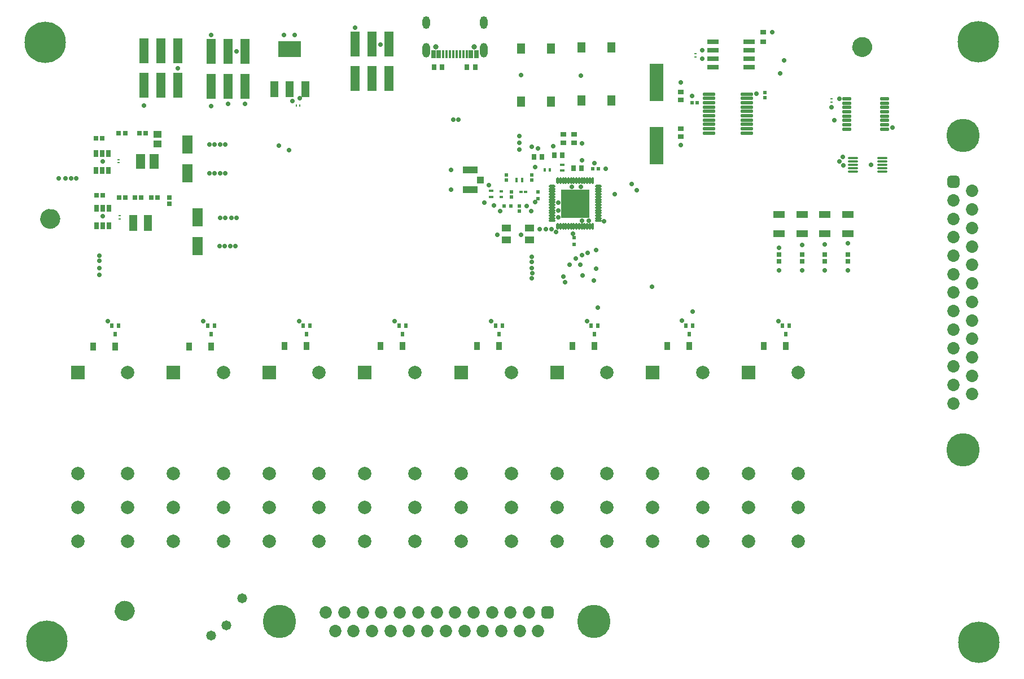
<source format=gbr>
%TF.GenerationSoftware,Altium Limited,Altium Designer,24.1.2 (44)*%
G04 Layer_Color=8388736*
%FSLAX45Y45*%
%MOMM*%
%TF.SameCoordinates,D8B4AAC8-E2FB-42F1-BA15-8403934F33DF*%
%TF.FilePolarity,Negative*%
%TF.FileFunction,Soldermask,Top*%
%TF.Part,Single*%
G01*
G75*
%TA.AperFunction,SMDPad,CuDef*%
%ADD12R,0.67500X0.45000*%
%ADD13R,0.30000X0.25000*%
%ADD17R,0.90000X0.75000*%
%ADD18R,0.46818X0.47247*%
%ADD21R,0.73504X0.86213*%
%ADD22R,1.35490X2.20620*%
%ADD23R,1.36213X1.05814*%
%ADD24R,1.60000X2.80000*%
%ADD25R,0.71583X0.75964*%
%ADD26R,0.75964X0.71583*%
G04:AMPARAMS|DCode=28|XSize=1.1mm|YSize=0.6mm|CornerRadius=0.051mm|HoleSize=0mm|Usage=FLASHONLY|Rotation=270.000|XOffset=0mm|YOffset=0mm|HoleType=Round|Shape=RoundedRectangle|*
%AMROUNDEDRECTD28*
21,1,1.10000,0.49800,0,0,270.0*
21,1,0.99800,0.60000,0,0,270.0*
1,1,0.10200,-0.24900,-0.49900*
1,1,0.10200,-0.24900,0.49900*
1,1,0.10200,0.24900,0.49900*
1,1,0.10200,0.24900,-0.49900*
%
%ADD28ROUNDEDRECTD28*%
%ADD30R,0.25000X0.30000*%
%ADD31R,0.67248X0.66817*%
%ADD32R,1.66213X1.05814*%
%ADD33R,0.75000X0.90000*%
%ADD34R,0.65000X0.35000*%
%ADD38R,0.91440X1.21920*%
G04:AMPARAMS|DCode=39|XSize=1.45mm|YSize=0.3mm|CornerRadius=0.0495mm|HoleSize=0mm|Usage=FLASHONLY|Rotation=180.000|XOffset=0mm|YOffset=0mm|HoleType=Round|Shape=RoundedRectangle|*
%AMROUNDEDRECTD39*
21,1,1.45000,0.20100,0,0,180.0*
21,1,1.35100,0.30000,0,0,180.0*
1,1,0.09900,-0.67550,0.10050*
1,1,0.09900,0.67550,0.10050*
1,1,0.09900,0.67550,-0.10050*
1,1,0.09900,-0.67550,-0.10050*
%
%ADD39ROUNDEDRECTD39*%
%ADD40R,1.30000X1.55000*%
%ADD41R,0.40000X0.50000*%
%ADD42R,1.05000X1.00000*%
%ADD43R,2.20000X1.05000*%
%ADD44R,0.60000X0.60000*%
%ADD45R,0.55411X0.46273*%
%ADD46R,0.35000X0.65000*%
%ADD47R,0.50000X0.40000*%
%ADD48R,0.52000X0.52000*%
%ADD49R,0.50000X0.50000*%
%ADD50R,0.47247X0.51535*%
%ADD51R,0.52000X0.52000*%
%ADD52R,0.90000X0.80000*%
%ADD54R,0.47247X0.46818*%
%ADD56R,2.10000X5.60000*%
%ADD58R,0.90000X0.65000*%
%TA.AperFunction,ComponentPad*%
%ADD70C,2.00000*%
%ADD71R,2.00000X2.00000*%
%TA.AperFunction,NonConductor*%
%ADD81C,2.50000*%
%TA.AperFunction,SMDPad,CuDef*%
%ADD82R,4.20320X4.20320*%
G04:AMPARAMS|DCode=83|XSize=1.0132mm|YSize=0.4232mm|CornerRadius=0.1291mm|HoleSize=0mm|Usage=FLASHONLY|Rotation=0.000|XOffset=0mm|YOffset=0mm|HoleType=Round|Shape=RoundedRectangle|*
%AMROUNDEDRECTD83*
21,1,1.01320,0.16500,0,0,0.0*
21,1,0.75500,0.42320,0,0,0.0*
1,1,0.25820,0.37750,-0.08250*
1,1,0.25820,-0.37750,-0.08250*
1,1,0.25820,-0.37750,0.08250*
1,1,0.25820,0.37750,0.08250*
%
%ADD83ROUNDEDRECTD83*%
G04:AMPARAMS|DCode=84|XSize=0.4232mm|YSize=1.0132mm|CornerRadius=0.1291mm|HoleSize=0mm|Usage=FLASHONLY|Rotation=0.000|XOffset=0mm|YOffset=0mm|HoleType=Round|Shape=RoundedRectangle|*
%AMROUNDEDRECTD84*
21,1,0.42320,0.75500,0,0,0.0*
21,1,0.16500,1.01320,0,0,0.0*
1,1,0.25820,0.08250,-0.37750*
1,1,0.25820,-0.08250,-0.37750*
1,1,0.25820,-0.08250,0.37750*
1,1,0.25820,0.08250,0.37750*
%
%ADD84ROUNDEDRECTD84*%
%TA.AperFunction,ConnectorPad*%
%ADD85R,0.70000X1.24000*%
%ADD86R,0.40000X1.24000*%
%TA.AperFunction,SMDPad,CuDef*%
%ADD87R,1.20320X2.40320*%
%ADD88R,1.20320X1.00320*%
%ADD89R,0.55920X0.71120*%
%ADD90O,1.45320X0.55320*%
%ADD91R,3.50320X2.40320*%
%ADD92R,1.47320X3.76320*%
%ADD93O,1.90320X0.55320*%
%ADD94R,1.75320X0.80320*%
%TA.AperFunction,ComponentPad*%
%ADD95C,0.80320*%
%ADD96O,1.10320X2.20320*%
%ADD97O,1.10320X1.90320*%
%ADD98C,1.85320*%
%ADD99C,5.00320*%
G04:AMPARAMS|DCode=100|XSize=1.8532mm|YSize=1.8532mm|CornerRadius=0.5141mm|HoleSize=0mm|Usage=FLASHONLY|Rotation=0.000|XOffset=0mm|YOffset=0mm|HoleType=Round|Shape=RoundedRectangle|*
%AMROUNDEDRECTD100*
21,1,1.85320,0.82500,0,0,0.0*
21,1,0.82500,1.85320,0,0,0.0*
1,1,1.02820,0.41250,-0.41250*
1,1,1.02820,-0.41250,-0.41250*
1,1,1.02820,-0.41250,0.41250*
1,1,1.02820,0.41250,0.41250*
%
%ADD100ROUNDEDRECTD100*%
G04:AMPARAMS|DCode=101|XSize=1.8532mm|YSize=1.8532mm|CornerRadius=0.5141mm|HoleSize=0mm|Usage=FLASHONLY|Rotation=90.000|XOffset=0mm|YOffset=0mm|HoleType=Round|Shape=RoundedRectangle|*
%AMROUNDEDRECTD101*
21,1,1.85320,0.82500,0,0,90.0*
21,1,0.82500,1.85320,0,0,90.0*
1,1,1.02820,0.41250,0.41250*
1,1,1.02820,0.41250,-0.41250*
1,1,1.02820,-0.41250,-0.41250*
1,1,1.02820,-0.41250,0.41250*
%
%ADD101ROUNDEDRECTD101*%
%TA.AperFunction,ViaPad*%
%ADD102C,0.70320*%
%ADD103C,6.20320*%
%ADD104C,1.47320*%
D12*
X9740900Y9956800D02*
D03*
Y9864300D02*
D03*
D13*
X14846300Y11339450D02*
D03*
Y11291950D02*
D03*
X4165600Y9537700D02*
D03*
Y9585200D02*
D03*
X4152900Y10379200D02*
D03*
Y10426700D02*
D03*
X12801601Y12014200D02*
D03*
Y11966700D02*
D03*
D17*
X12585700Y11322700D02*
D03*
Y11442700D02*
D03*
Y10769600D02*
D03*
Y10889600D02*
D03*
D18*
X12750800Y11277600D02*
D03*
X12831230D02*
D03*
D21*
X9376521Y11811000D02*
D03*
X9499600D02*
D03*
X8879261D02*
D03*
X9002339D02*
D03*
D22*
X4482135Y10401300D02*
D03*
X4687265D02*
D03*
D23*
X10312400Y9221401D02*
D03*
Y9396799D02*
D03*
X9969500Y9221401D02*
D03*
Y9396799D02*
D03*
D24*
X5334000Y9562200D02*
D03*
Y9132200D02*
D03*
X5181600Y10655300D02*
D03*
Y10225300D02*
D03*
D25*
X4914900Y9855200D02*
D03*
Y9759951D02*
D03*
D26*
X4638675Y9855200D02*
D03*
X4733925D02*
D03*
X4397375D02*
D03*
X4492625D02*
D03*
X4156075D02*
D03*
X4251325D02*
D03*
X3816351Y9893300D02*
D03*
X3911600D02*
D03*
X4460875Y10820400D02*
D03*
X4556125D02*
D03*
X4152900D02*
D03*
X4248149D02*
D03*
X3813175Y10744200D02*
D03*
X3908425D02*
D03*
D28*
X4006600Y9433100D02*
D03*
X3911600D02*
D03*
X3816600D02*
D03*
Y9693100D02*
D03*
X3911600D02*
D03*
X4006600D02*
D03*
X4000500Y10261600D02*
D03*
X3905500D02*
D03*
X3810500D02*
D03*
Y10521600D02*
D03*
X3905500D02*
D03*
X4000500D02*
D03*
D30*
X6819900Y11239500D02*
D03*
X6867400D02*
D03*
D31*
X14058900Y9003130D02*
D03*
Y8902700D02*
D03*
X14401801Y9003130D02*
D03*
Y8902700D02*
D03*
X14744701Y9003130D02*
D03*
Y8902700D02*
D03*
X15087601Y9003130D02*
D03*
Y8902700D02*
D03*
D32*
Y9318801D02*
D03*
Y9604199D02*
D03*
X14744701Y9318801D02*
D03*
Y9604199D02*
D03*
X14401801Y9318801D02*
D03*
Y9604199D02*
D03*
X14058900Y9318801D02*
D03*
Y9604199D02*
D03*
D33*
X10687700Y10490200D02*
D03*
X10807700D02*
D03*
X10379400Y10464800D02*
D03*
X10499400D02*
D03*
X11096300Y10299700D02*
D03*
X10976300D02*
D03*
D34*
X10807700Y10265500D02*
D03*
Y10350500D02*
D03*
D38*
X4100830Y7620000D02*
D03*
X3773170D02*
D03*
X5535930D02*
D03*
X5208270D02*
D03*
X6971030Y7632700D02*
D03*
X6643370D02*
D03*
X8406130D02*
D03*
X8078470D02*
D03*
X9853930D02*
D03*
X9526270D02*
D03*
X11289030D02*
D03*
X10961370D02*
D03*
X12711430D02*
D03*
X12383770D02*
D03*
X14159230D02*
D03*
X13831570D02*
D03*
D39*
X15163800Y10249700D02*
D03*
Y10299700D02*
D03*
Y10349700D02*
D03*
Y10399700D02*
D03*
Y10449700D02*
D03*
X15603799D02*
D03*
Y10399700D02*
D03*
Y10349700D02*
D03*
Y10299700D02*
D03*
Y10249700D02*
D03*
D40*
X11540700Y12106900D02*
D03*
Y11311900D02*
D03*
X11090700Y12106900D02*
D03*
Y11311900D02*
D03*
X10639000Y12094200D02*
D03*
Y11299200D02*
D03*
X10189000Y12094200D02*
D03*
Y11299200D02*
D03*
D41*
X10542120Y10269380D02*
D03*
X10622120D02*
D03*
D42*
X9575800Y10121900D02*
D03*
D43*
X9423300Y9974400D02*
D03*
Y10269400D02*
D03*
D44*
X9929700Y9728200D02*
D03*
X10034700D02*
D03*
D45*
X10185400Y9944100D02*
D03*
X10256262D02*
D03*
D46*
X10202500Y10121900D02*
D03*
X10117500D02*
D03*
D47*
X9893300Y9867900D02*
D03*
Y9947900D02*
D03*
D48*
X10045700Y9864100D02*
D03*
Y9944100D02*
D03*
X10160000Y9650100D02*
D03*
Y9730100D02*
D03*
D49*
X10439400Y9844100D02*
D03*
Y9944100D02*
D03*
X10985500Y9157500D02*
D03*
Y9257500D02*
D03*
D50*
X10350500Y10197613D02*
D03*
Y10121900D02*
D03*
X9969500Y10197856D02*
D03*
Y10122144D02*
D03*
D51*
X11343000Y10287000D02*
D03*
X11263000D02*
D03*
D52*
X10820500Y10805700D02*
D03*
X10985500D02*
D03*
Y10680700D02*
D03*
X10820500D02*
D03*
D54*
X13842999Y11432115D02*
D03*
Y11351685D02*
D03*
D56*
X12217400Y11587500D02*
D03*
Y10637500D02*
D03*
D58*
X13817599Y12195700D02*
D03*
Y12340700D02*
D03*
D70*
X4286600Y4704500D02*
D03*
X3536600D02*
D03*
X4286600Y5212500D02*
D03*
X3536600D02*
D03*
X4286600Y5716500D02*
D03*
X3536600D02*
D03*
X4286600Y7228500D02*
D03*
X5721700Y4704500D02*
D03*
X4971700D02*
D03*
X5721700Y5212500D02*
D03*
X4971700D02*
D03*
X5721700Y5716500D02*
D03*
X4971700D02*
D03*
X5721700Y7228500D02*
D03*
X7156800Y4704500D02*
D03*
X6406800D02*
D03*
X7156800Y5212500D02*
D03*
X6406800D02*
D03*
X7156800Y5716500D02*
D03*
X6406800D02*
D03*
X7156800Y7228500D02*
D03*
X8591900Y4704500D02*
D03*
X7841900D02*
D03*
X8591900Y5212500D02*
D03*
X7841900D02*
D03*
X8591900Y5716500D02*
D03*
X7841900D02*
D03*
X8591900Y7228500D02*
D03*
X10039700Y4704500D02*
D03*
X9289700D02*
D03*
X10039700Y5212500D02*
D03*
X9289700D02*
D03*
X10039700Y5716500D02*
D03*
X9289700D02*
D03*
X10039700Y7228500D02*
D03*
X11474800Y4704500D02*
D03*
X10724800D02*
D03*
X11474800Y5212500D02*
D03*
X10724800D02*
D03*
X11474800Y5716500D02*
D03*
X10724800D02*
D03*
X11474800Y7228500D02*
D03*
X12909900Y4704500D02*
D03*
X12159900D02*
D03*
X12909900Y5212500D02*
D03*
X12159900D02*
D03*
X12909900Y5716500D02*
D03*
X12159900D02*
D03*
X12909900Y7228500D02*
D03*
X14345000Y4704500D02*
D03*
X13595000D02*
D03*
X14345000Y5212500D02*
D03*
X13595000D02*
D03*
X14345000Y5716500D02*
D03*
X13595000D02*
D03*
X14345000Y7228500D02*
D03*
D71*
X3536600D02*
D03*
X4971700D02*
D03*
X6406800D02*
D03*
X7841900D02*
D03*
X9289700D02*
D03*
X10724800D02*
D03*
X12159900D02*
D03*
X13595000D02*
D03*
D81*
X4266800Y3657600D02*
G03*
X4266800Y3657600I-25000J0D01*
G01*
X15328499Y12115800D02*
G03*
X15328499Y12115800I-25000J0D01*
G01*
X3149200Y9537700D02*
G03*
X3149200Y9537700I-25000J0D01*
G01*
D82*
X10998200Y9766300D02*
D03*
D83*
X11342700Y10026300D02*
D03*
Y9986300D02*
D03*
Y9946300D02*
D03*
Y9906300D02*
D03*
Y9866300D02*
D03*
Y9826300D02*
D03*
Y9786300D02*
D03*
Y9746300D02*
D03*
Y9706300D02*
D03*
Y9666300D02*
D03*
Y9626300D02*
D03*
Y9586300D02*
D03*
Y9546300D02*
D03*
Y9506300D02*
D03*
X10653700D02*
D03*
Y9546300D02*
D03*
Y9586300D02*
D03*
Y9626300D02*
D03*
Y9666300D02*
D03*
Y9706300D02*
D03*
Y9746300D02*
D03*
Y9786300D02*
D03*
Y9826300D02*
D03*
Y9866300D02*
D03*
Y9906300D02*
D03*
Y9946300D02*
D03*
Y9986300D02*
D03*
Y10026300D02*
D03*
D84*
X10738200Y10110800D02*
D03*
X10778200D02*
D03*
X10818200D02*
D03*
X10858200D02*
D03*
X10898200D02*
D03*
X10938200D02*
D03*
X10978200D02*
D03*
X11018200D02*
D03*
X11058200D02*
D03*
X11098200D02*
D03*
X11138200D02*
D03*
X11178200D02*
D03*
X11218200D02*
D03*
X11258200D02*
D03*
Y9421800D02*
D03*
X11218200D02*
D03*
X11178200D02*
D03*
X11138200D02*
D03*
X11098200D02*
D03*
X11058200D02*
D03*
X11018200D02*
D03*
X10978200D02*
D03*
X10938200D02*
D03*
X10898200D02*
D03*
X10858200D02*
D03*
X10818200D02*
D03*
X10778200D02*
D03*
X10738200D02*
D03*
D85*
X9514800Y12009100D02*
D03*
X9434800D02*
D03*
X8954800D02*
D03*
X8874800D02*
D03*
D86*
X9219800D02*
D03*
X9269800D02*
D03*
X9319800D02*
D03*
X9369800D02*
D03*
X9169800D02*
D03*
X9119800D02*
D03*
X9069800D02*
D03*
X9019800D02*
D03*
D87*
X4368800Y9474200D02*
D03*
X4588800D02*
D03*
X6488300Y11485600D02*
D03*
X6718300D02*
D03*
X6948300D02*
D03*
D88*
X4737100Y10657700D02*
D03*
Y10807700D02*
D03*
D89*
X6972300Y7809250D02*
D03*
X6922300Y7938750D02*
D03*
X7022300D02*
D03*
X11289500Y7808000D02*
D03*
X11239500Y7937500D02*
D03*
X11339500D02*
D03*
X4102100Y7809250D02*
D03*
X4052100Y7938750D02*
D03*
X4152100D02*
D03*
X14160500Y7809250D02*
D03*
X14110500Y7938750D02*
D03*
X14210500D02*
D03*
X5537200Y7809250D02*
D03*
X5487200Y7938750D02*
D03*
X5587200D02*
D03*
X8407400Y7809250D02*
D03*
X8357400Y7938750D02*
D03*
X8457400D02*
D03*
X9855200Y7809250D02*
D03*
X9805200Y7938750D02*
D03*
X9905200D02*
D03*
X12712700Y7809250D02*
D03*
X12662700Y7938750D02*
D03*
X12762700D02*
D03*
D90*
X15071800Y11340000D02*
D03*
Y11275000D02*
D03*
Y11210000D02*
D03*
Y11145000D02*
D03*
Y11080000D02*
D03*
Y11015000D02*
D03*
Y10950000D02*
D03*
Y10885000D02*
D03*
X15636800Y11340000D02*
D03*
Y11275000D02*
D03*
Y11210000D02*
D03*
Y11145000D02*
D03*
Y11080000D02*
D03*
Y11015000D02*
D03*
Y10950000D02*
D03*
Y10885000D02*
D03*
D91*
X6718300Y12085600D02*
D03*
D92*
X8204200Y12160400D02*
D03*
Y11639400D02*
D03*
X7950200Y12160400D02*
D03*
Y11639400D02*
D03*
X7696200Y12160400D02*
D03*
Y11639400D02*
D03*
X5041900Y12058800D02*
D03*
Y11537800D02*
D03*
X4787900Y12058800D02*
D03*
Y11537800D02*
D03*
X4533900Y12058800D02*
D03*
Y11537800D02*
D03*
X6045200Y12046100D02*
D03*
Y11525100D02*
D03*
X5791200Y12046100D02*
D03*
Y11525100D02*
D03*
X5537200Y12046100D02*
D03*
Y11525100D02*
D03*
D93*
X13574800Y10825600D02*
D03*
Y10890600D02*
D03*
Y10955600D02*
D03*
Y11020600D02*
D03*
Y11085600D02*
D03*
Y11150600D02*
D03*
Y11215600D02*
D03*
Y11280600D02*
D03*
Y11345600D02*
D03*
Y11410600D02*
D03*
X13004800Y10825600D02*
D03*
Y10890600D02*
D03*
Y10955600D02*
D03*
Y11020600D02*
D03*
Y11085600D02*
D03*
Y11150600D02*
D03*
Y11215600D02*
D03*
Y11280600D02*
D03*
Y11345600D02*
D03*
Y11410600D02*
D03*
D94*
X13064999Y12192000D02*
D03*
Y12065000D02*
D03*
Y11938000D02*
D03*
Y11811000D02*
D03*
X13605000Y12192000D02*
D03*
Y12065000D02*
D03*
Y11938000D02*
D03*
Y11811000D02*
D03*
D95*
X9483800Y12116100D02*
D03*
X8905800D02*
D03*
D96*
X9627300Y12067100D02*
D03*
X8762300D02*
D03*
D97*
X9627300Y12484100D02*
D03*
X8762300D02*
D03*
D98*
X7397900Y3352799D02*
D03*
X7674900D02*
D03*
X7951900D02*
D03*
X8228900D02*
D03*
X8505900D02*
D03*
X8782900D02*
D03*
X9059900D02*
D03*
X9336900D02*
D03*
X9613899D02*
D03*
X9890900D02*
D03*
X10167900D02*
D03*
X10444900D02*
D03*
X7259400Y3636799D02*
D03*
X7536400D02*
D03*
X7813399D02*
D03*
X8090400D02*
D03*
X8367400D02*
D03*
X8644400D02*
D03*
X10306400D02*
D03*
X9752400D02*
D03*
X10029400D02*
D03*
X9475400D02*
D03*
X9198400D02*
D03*
X8921400D02*
D03*
X16954500Y6907400D02*
D03*
Y7184400D02*
D03*
Y7461400D02*
D03*
Y7738400D02*
D03*
Y8015400D02*
D03*
Y8292400D02*
D03*
Y8569400D02*
D03*
Y8846400D02*
D03*
Y9123400D02*
D03*
Y9400400D02*
D03*
Y9677400D02*
D03*
Y9954400D02*
D03*
X16670500Y6768900D02*
D03*
Y7045900D02*
D03*
Y7322900D02*
D03*
Y7599900D02*
D03*
Y7876900D02*
D03*
Y8153900D02*
D03*
Y9815900D02*
D03*
Y9261900D02*
D03*
Y9538900D02*
D03*
Y8984900D02*
D03*
Y8707900D02*
D03*
Y8430900D02*
D03*
D99*
X11276400Y3494799D02*
D03*
X6566399D02*
D03*
X16812500Y10785900D02*
D03*
Y6075900D02*
D03*
D100*
X10583399Y3636799D02*
D03*
D101*
X16670500Y10092900D02*
D03*
D102*
X6629400Y12293600D02*
D03*
X14958975Y11339650D02*
D03*
X11099800Y10668000D02*
D03*
X11430000Y9499600D02*
D03*
X9702800Y10045700D02*
D03*
X9639300Y9779000D02*
D03*
X9779000Y9740900D02*
D03*
X5918200Y12046100D02*
D03*
X4533900Y11239500D02*
D03*
X11087100Y11684000D02*
D03*
X10189000Y11696700D02*
D03*
X10439400Y10591800D02*
D03*
X11455400Y10287000D02*
D03*
X3860800Y8801100D02*
D03*
Y8699500D02*
D03*
X3251200Y10147300D02*
D03*
X14846300Y11214100D02*
D03*
X14888499Y11015000D02*
D03*
X15760699Y10909300D02*
D03*
X15440100Y10347400D02*
D03*
X3911600Y9575800D02*
D03*
Y10401300D02*
D03*
X3351900Y10147300D02*
D03*
X3440800D02*
D03*
X3517000D02*
D03*
X3860800Y8912321D02*
D03*
Y8988521D02*
D03*
X5830200Y9132200D02*
D03*
X5741300D02*
D03*
X5665100D02*
D03*
X5906400D02*
D03*
X5677800Y10225300D02*
D03*
X5588900D02*
D03*
X5512700D02*
D03*
X5754000D02*
D03*
X5677800Y10655300D02*
D03*
X5588900D02*
D03*
X5512700D02*
D03*
X5754000D02*
D03*
X5918200Y9550400D02*
D03*
X5676900D02*
D03*
X5753100D02*
D03*
X5842000D02*
D03*
X11074400Y8851900D02*
D03*
X11009859Y8939274D02*
D03*
X10918760Y8851900D02*
D03*
X9829800Y9296400D02*
D03*
X10185400D02*
D03*
X11188700Y9029700D02*
D03*
X14058900Y9106300D02*
D03*
X14401801Y9144400D02*
D03*
X11315700Y9068200D02*
D03*
X10961850Y9319250D02*
D03*
X10820400Y8674100D02*
D03*
X11099800Y10414000D02*
D03*
X11290300Y10375900D02*
D03*
X10401300Y10312400D02*
D03*
X10668000Y10629900D02*
D03*
X13716000Y11417300D02*
D03*
X12750800Y11379200D02*
D03*
X8077200Y12153900D02*
D03*
X7696200Y12407900D02*
D03*
X6867400Y11344700D02*
D03*
X5537200Y11226800D02*
D03*
Y12293600D02*
D03*
X5041900Y11798300D02*
D03*
X6553200Y10634375D02*
D03*
X6705768Y10566568D02*
D03*
X5791200Y11264900D02*
D03*
X6045200D02*
D03*
X10350500Y8966200D02*
D03*
Y8890000D02*
D03*
X6794500Y12293600D02*
D03*
X6756400Y11303000D02*
D03*
X11087100Y9918700D02*
D03*
Y9855200D02*
D03*
X11150600D02*
D03*
Y9918700D02*
D03*
X10934700Y9855200D02*
D03*
X10858500D02*
D03*
X10934700Y9918700D02*
D03*
X10858500D02*
D03*
X10401300Y9788760D02*
D03*
X10274300Y9728200D02*
D03*
X9872900Y9650100D02*
D03*
X9136200Y10269400D02*
D03*
Y9974400D02*
D03*
X14071600Y11722100D02*
D03*
X14135100Y11912600D02*
D03*
X15011400Y10464800D02*
D03*
X15024100Y10336600D02*
D03*
X14960600Y10401300D02*
D03*
X13957300Y12340700D02*
D03*
X15087601Y9169400D02*
D03*
Y8763000D02*
D03*
X14744701D02*
D03*
X14401801D02*
D03*
X14058900D02*
D03*
X10845800Y8585200D02*
D03*
X10350500Y8801100D02*
D03*
X11112500Y8686800D02*
D03*
X11277600Y8610600D02*
D03*
X11315700Y8788400D02*
D03*
X9169400Y11026652D02*
D03*
X9245600Y11023600D02*
D03*
X10712618Y9341018D02*
D03*
X11099800Y9512700D02*
D03*
X11201400Y9512300D02*
D03*
X14744701Y9156700D02*
D03*
X10642600Y9385300D02*
D03*
X10555241Y9386841D02*
D03*
X10464800Y9385300D02*
D03*
X11595100Y9906000D02*
D03*
X11849100Y10058400D02*
D03*
X11925300Y9969500D02*
D03*
X10744600Y9779000D02*
D03*
X10744200Y9664700D02*
D03*
Y9563100D02*
D03*
X10160000Y10579100D02*
D03*
Y10782300D02*
D03*
Y10680700D02*
D03*
X10350500Y10617200D02*
D03*
X10947400Y10016700D02*
D03*
X11087100D02*
D03*
X10337800Y9652000D02*
D03*
X12585700Y11582400D02*
D03*
Y10642600D02*
D03*
X12903200Y11938000D02*
D03*
Y12065000D02*
D03*
X3987800Y8002525D02*
D03*
X5422900D02*
D03*
X6858000D02*
D03*
X8293100D02*
D03*
X9740900D02*
D03*
X11176000D02*
D03*
X14046201D02*
D03*
X12598400Y8013700D02*
D03*
X11099800Y8991600D02*
D03*
X10353436Y8724900D02*
D03*
X10350500Y8648700D02*
D03*
X11341100Y8204200D02*
D03*
X12763500Y8143561D02*
D03*
X12153900Y8521700D02*
D03*
D103*
X17056100Y3187700D02*
D03*
X3073400Y3200400D02*
D03*
X3048000Y12187300D02*
D03*
X17043401Y12192000D02*
D03*
D104*
X5537200Y3289300D02*
D03*
X5765800Y3441700D02*
D03*
X6007100Y3848100D02*
D03*
%TF.MD5,e1203bc393f2458b331dc2995cc8ea00*%
M02*

</source>
